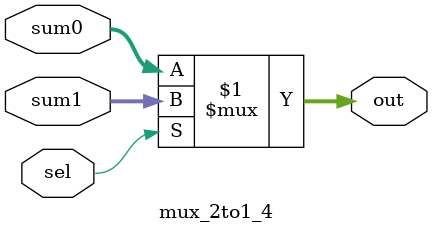
<source format=sv>
module mux_2to1_4 (
 input [3:0] sum0, sum1,
 input sel,
 output [3:0] out
 );


/* if(sel)	assign out = sum1;
 
 else	assign out = sum0; */

 assign out = (sel)? sum1:sum0;
 endmodule
 
</source>
